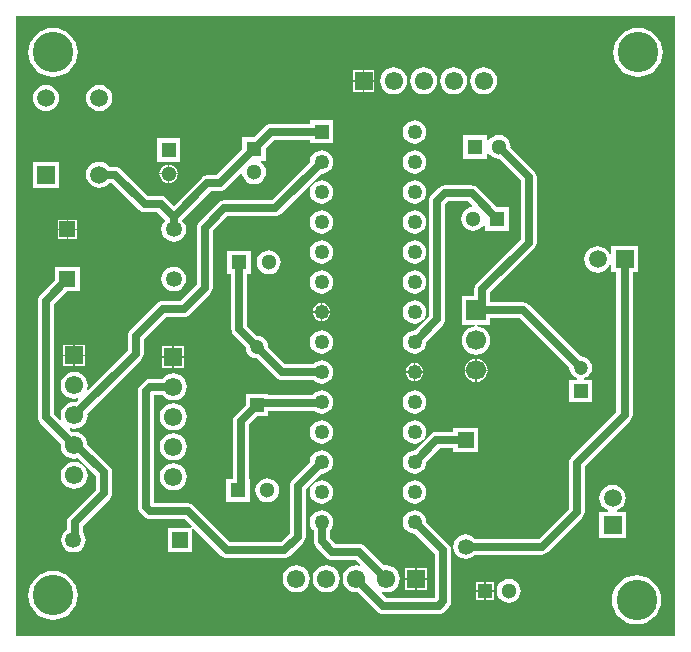
<source format=gtl>
G04*
G04 #@! TF.GenerationSoftware,Altium Limited,Altium Designer,23.2.1 (34)*
G04*
G04 Layer_Physical_Order=1*
G04 Layer_Color=255*
%FSLAX44Y44*%
%MOMM*%
G71*
G04*
G04 #@! TF.SameCoordinates,3E65621F-DDE3-4266-9229-7E2A0E2672EE*
G04*
G04*
G04 #@! TF.FilePolarity,Positive*
G04*
G01*
G75*
%ADD35C,0.6350*%
%ADD36C,1.5000*%
%ADD37R,1.5000X1.5000*%
%ADD38R,1.3000X1.3000*%
%ADD39C,1.3000*%
%ADD40R,1.5000X1.5000*%
%ADD41C,1.7000*%
%ADD42R,1.7000X1.7000*%
%ADD43C,3.4290*%
%ADD44C,1.3500*%
%ADD45R,1.3500X1.3500*%
%ADD46R,1.3000X1.3000*%
%ADD47R,1.3500X1.3500*%
%ADD48R,1.5500X1.5500*%
%ADD49C,1.5500*%
%ADD50R,1.5500X1.5500*%
%ADD51C,1.2500*%
%ADD52R,1.2500X1.2500*%
%ADD53R,1.2000X1.2000*%
%ADD54C,1.2000*%
G36*
X559301Y2039D02*
X2039D01*
Y527551D01*
X559301D01*
Y2039D01*
D02*
G37*
%LPC*%
G36*
X528320Y517371D02*
X524262Y516972D01*
X520360Y515788D01*
X516763Y513866D01*
X513611Y511279D01*
X511025Y508126D01*
X509102Y504530D01*
X507919Y500628D01*
X507519Y496570D01*
X507919Y492512D01*
X509102Y488610D01*
X511025Y485014D01*
X513611Y481861D01*
X516763Y479274D01*
X520360Y477352D01*
X524262Y476169D01*
X528320Y475769D01*
X532378Y476169D01*
X536280Y477352D01*
X539877Y479274D01*
X543029Y481861D01*
X545616Y485014D01*
X547538Y488610D01*
X548722Y492512D01*
X549121Y496570D01*
X548722Y500628D01*
X547538Y504530D01*
X545616Y508126D01*
X543029Y511279D01*
X539877Y513866D01*
X536280Y515788D01*
X532378Y516972D01*
X528320Y517371D01*
D02*
G37*
G36*
X33020D02*
X28962Y516972D01*
X25060Y515788D01*
X21463Y513866D01*
X18311Y511279D01*
X15725Y508126D01*
X13802Y504530D01*
X12618Y500628D01*
X12219Y496570D01*
X12618Y492512D01*
X13802Y488610D01*
X15725Y485014D01*
X18311Y481861D01*
X21463Y479274D01*
X25060Y477352D01*
X28962Y476169D01*
X33020Y475769D01*
X37078Y476169D01*
X40980Y477352D01*
X44577Y479274D01*
X47729Y481861D01*
X50315Y485014D01*
X52238Y488610D01*
X53422Y492512D01*
X53821Y496570D01*
X53422Y500628D01*
X52238Y504530D01*
X50315Y508126D01*
X47729Y511279D01*
X44577Y513866D01*
X40980Y515788D01*
X37078Y516972D01*
X33020Y517371D01*
D02*
G37*
G36*
X304930Y481460D02*
X296545D01*
Y473075D01*
X304930D01*
Y481460D01*
D02*
G37*
G36*
X295275D02*
X286890D01*
Y473075D01*
X295275D01*
Y481460D01*
D02*
G37*
G36*
X304930Y471805D02*
X296545D01*
Y463420D01*
X304930D01*
Y471805D01*
D02*
G37*
G36*
X295275D02*
X286890D01*
Y463420D01*
X295275D01*
Y471805D01*
D02*
G37*
G36*
X397510Y483844D02*
X394558Y483455D01*
X391808Y482316D01*
X389446Y480504D01*
X387634Y478142D01*
X386495Y475392D01*
X386106Y472440D01*
X386495Y469488D01*
X387634Y466738D01*
X389446Y464376D01*
X391808Y462564D01*
X394558Y461425D01*
X397510Y461036D01*
X400462Y461425D01*
X403212Y462564D01*
X405574Y464376D01*
X407386Y466738D01*
X408525Y469488D01*
X408914Y472440D01*
X408525Y475392D01*
X407386Y478142D01*
X405574Y480504D01*
X403212Y482316D01*
X400462Y483455D01*
X397510Y483844D01*
D02*
G37*
G36*
X372110D02*
X369159Y483455D01*
X366408Y482316D01*
X364047Y480504D01*
X362234Y478142D01*
X361095Y475392D01*
X360706Y472440D01*
X361095Y469488D01*
X362234Y466738D01*
X364047Y464376D01*
X366408Y462564D01*
X369159Y461425D01*
X372110Y461036D01*
X375061Y461425D01*
X377812Y462564D01*
X380173Y464376D01*
X381986Y466738D01*
X383125Y469488D01*
X383514Y472440D01*
X383125Y475392D01*
X381986Y478142D01*
X380173Y480504D01*
X377812Y482316D01*
X375061Y483455D01*
X372110Y483844D01*
D02*
G37*
G36*
X346710D02*
X343759Y483455D01*
X341008Y482316D01*
X338647Y480504D01*
X336834Y478142D01*
X335695Y475392D01*
X335306Y472440D01*
X335695Y469488D01*
X336834Y466738D01*
X338647Y464376D01*
X341008Y462564D01*
X343759Y461425D01*
X346710Y461036D01*
X349661Y461425D01*
X352412Y462564D01*
X354773Y464376D01*
X356586Y466738D01*
X357725Y469488D01*
X358114Y472440D01*
X357725Y475392D01*
X356586Y478142D01*
X354773Y480504D01*
X352412Y482316D01*
X349661Y483455D01*
X346710Y483844D01*
D02*
G37*
G36*
X321310D02*
X318358Y483455D01*
X315608Y482316D01*
X313246Y480504D01*
X311434Y478142D01*
X310295Y475392D01*
X309906Y472440D01*
X310295Y469488D01*
X311434Y466738D01*
X313246Y464376D01*
X315608Y462564D01*
X318358Y461425D01*
X321310Y461036D01*
X324262Y461425D01*
X327012Y462564D01*
X329374Y464376D01*
X331186Y466738D01*
X332325Y469488D01*
X332714Y472440D01*
X332325Y475392D01*
X331186Y478142D01*
X329374Y480504D01*
X327012Y482316D01*
X324262Y483455D01*
X321310Y483844D01*
D02*
G37*
G36*
X72030Y469101D02*
X69144Y468721D01*
X66454Y467607D01*
X64145Y465835D01*
X62372Y463526D01*
X61258Y460836D01*
X60878Y457950D01*
X61258Y455064D01*
X62372Y452374D01*
X64145Y450065D01*
X66454Y448292D01*
X69144Y447178D01*
X72030Y446798D01*
X74916Y447178D01*
X77606Y448292D01*
X79915Y450065D01*
X81687Y452374D01*
X82801Y455064D01*
X83181Y457950D01*
X82801Y460836D01*
X81687Y463526D01*
X79915Y465835D01*
X77606Y467607D01*
X74916Y468721D01*
X72030Y469101D01*
D02*
G37*
G36*
X27030D02*
X24144Y468721D01*
X21455Y467607D01*
X19145Y465835D01*
X17373Y463526D01*
X16259Y460836D01*
X15879Y457950D01*
X16259Y455064D01*
X17373Y452374D01*
X19145Y450065D01*
X21455Y448292D01*
X24144Y447178D01*
X27030Y446798D01*
X29916Y447178D01*
X32606Y448292D01*
X34915Y450065D01*
X36688Y452374D01*
X37802Y455064D01*
X38182Y457950D01*
X37802Y460836D01*
X36688Y463526D01*
X34915Y465835D01*
X32606Y467607D01*
X29916Y468721D01*
X27030Y469101D01*
D02*
G37*
G36*
X410210Y426703D02*
X407585Y426357D01*
X405139Y425344D01*
X403038Y423732D01*
X401536Y421775D01*
X401038Y421798D01*
X400266Y422131D01*
Y426616D01*
X380154D01*
Y406504D01*
X400266D01*
Y410989D01*
X401038Y411322D01*
X401536Y411345D01*
X403038Y409388D01*
X405139Y407776D01*
X407585Y406763D01*
X410210Y406417D01*
X410689Y406480D01*
X428821Y388348D01*
Y338092D01*
X391684Y300956D01*
X390606Y299550D01*
X389927Y297912D01*
X389696Y296155D01*
Y290186D01*
X379104D01*
Y266074D01*
X390424D01*
X390507Y264804D01*
X388013Y264476D01*
X385080Y263261D01*
X382562Y261328D01*
X380629Y258810D01*
X379414Y255877D01*
X379000Y252730D01*
X379414Y249583D01*
X380629Y246650D01*
X382562Y244132D01*
X385080Y242199D01*
X388013Y240984D01*
X391160Y240570D01*
X394307Y240984D01*
X397240Y242199D01*
X399758Y244132D01*
X401691Y246650D01*
X402906Y249583D01*
X403320Y252730D01*
X402906Y255877D01*
X401691Y258810D01*
X399758Y261328D01*
X397240Y263261D01*
X394307Y264476D01*
X391813Y264804D01*
X391897Y266074D01*
X403216D01*
Y271341D01*
X428458D01*
X470056Y229743D01*
X470052Y229710D01*
X470380Y227215D01*
X471343Y224891D01*
X472875Y222895D01*
X474871Y221363D01*
X476867Y220536D01*
X476614Y219266D01*
X470134D01*
Y200154D01*
X489246D01*
Y219266D01*
X482766D01*
X482513Y220536D01*
X484509Y221363D01*
X486506Y222895D01*
X488037Y224891D01*
X489000Y227215D01*
X489329Y229710D01*
X489000Y232205D01*
X488037Y234529D01*
X486506Y236525D01*
X484509Y238057D01*
X482185Y239020D01*
X479690Y239348D01*
X479657Y239344D01*
X436071Y282931D01*
X434665Y284009D01*
X433027Y284688D01*
X431270Y284919D01*
X403274D01*
Y293343D01*
X440411Y330479D01*
X441489Y331885D01*
X442168Y333523D01*
X442399Y335280D01*
Y391160D01*
X442168Y392917D01*
X441489Y394555D01*
X440411Y395961D01*
X420290Y416082D01*
X420353Y416560D01*
X420007Y419185D01*
X418994Y421631D01*
X417382Y423732D01*
X415281Y425344D01*
X412835Y426357D01*
X410210Y426703D01*
D02*
G37*
G36*
X270156Y439066D02*
X250544D01*
Y436049D01*
X217490D01*
X215733Y435818D01*
X214095Y435140D01*
X212689Y434061D01*
X203655Y425026D01*
X193144D01*
Y414515D01*
X171133Y392504D01*
X163757D01*
X162000Y392273D01*
X160362Y391595D01*
X158956Y390516D01*
X135170Y366730D01*
X128799Y373101D01*
X127393Y374179D01*
X125756Y374858D01*
X123999Y375089D01*
X113302D01*
X90640Y397751D01*
X89234Y398830D01*
X87597Y399508D01*
X85840Y399739D01*
X80756D01*
X79915Y400835D01*
X77606Y402608D01*
X74916Y403722D01*
X72030Y404102D01*
X69144Y403722D01*
X66454Y402608D01*
X64145Y400835D01*
X62372Y398526D01*
X61258Y395836D01*
X60878Y392950D01*
X61258Y390064D01*
X62372Y387374D01*
X64145Y385065D01*
X66454Y383293D01*
X69144Y382179D01*
X72030Y381799D01*
X74916Y382179D01*
X77606Y383293D01*
X79915Y385065D01*
X80756Y386161D01*
X83028D01*
X105689Y363499D01*
X107095Y362421D01*
X108733Y361742D01*
X110490Y361511D01*
X121187D01*
X127870Y354827D01*
X127820Y354060D01*
X126168Y351907D01*
X125129Y349400D01*
X124775Y346710D01*
X125129Y344020D01*
X126168Y341513D01*
X127820Y339360D01*
X129973Y337708D01*
X132480Y336669D01*
X135170Y336315D01*
X137861Y336669D01*
X140368Y337708D01*
X142521Y339360D01*
X144172Y341513D01*
X145211Y344020D01*
X145565Y346710D01*
X145211Y349400D01*
X144172Y351907D01*
X142521Y354060D01*
X142470Y354827D01*
X166569Y378926D01*
X173945D01*
X175702Y379157D01*
X177340Y379836D01*
X178746Y380915D01*
X191896Y394064D01*
X193236Y393609D01*
X193403Y392345D01*
X194416Y389899D01*
X196028Y387798D01*
X198129Y386186D01*
X200575Y385173D01*
X203200Y384827D01*
X205825Y385173D01*
X208271Y386186D01*
X210372Y387798D01*
X211984Y389899D01*
X212997Y392345D01*
X213343Y394970D01*
X212997Y397595D01*
X211984Y400041D01*
X210372Y402142D01*
X208415Y403644D01*
X208438Y404142D01*
X208771Y404914D01*
X213256D01*
Y415425D01*
X220302Y422471D01*
X250544D01*
Y419454D01*
X270156D01*
Y439066D01*
D02*
G37*
G36*
X339090Y439151D02*
X336530Y438814D01*
X334145Y437826D01*
X332096Y436254D01*
X330524Y434205D01*
X329536Y431820D01*
X329199Y429260D01*
X329536Y426700D01*
X330524Y424315D01*
X332096Y422266D01*
X334145Y420695D01*
X336530Y419706D01*
X339090Y419369D01*
X341650Y419706D01*
X344035Y420695D01*
X346084Y422266D01*
X347655Y424315D01*
X348644Y426700D01*
X348981Y429260D01*
X348644Y431820D01*
X347655Y434205D01*
X346084Y436254D01*
X344035Y437826D01*
X341650Y438814D01*
X339090Y439151D01*
D02*
G37*
G36*
X140866Y423916D02*
X120754D01*
Y403804D01*
X140866D01*
Y423916D01*
D02*
G37*
G36*
X131445Y401614D02*
Y394495D01*
X138563D01*
X138380Y395888D01*
X137597Y397779D01*
X136352Y399402D01*
X134728Y400647D01*
X132838Y401430D01*
X131445Y401614D01*
D02*
G37*
G36*
X130175D02*
X128782Y401430D01*
X126891Y400647D01*
X125268Y399402D01*
X124023Y397779D01*
X123240Y395888D01*
X123056Y394495D01*
X130175D01*
Y401614D01*
D02*
G37*
G36*
X339090Y413751D02*
X336530Y413414D01*
X334145Y412425D01*
X332096Y410854D01*
X330524Y408805D01*
X329536Y406420D01*
X329199Y403860D01*
X329536Y401300D01*
X330524Y398915D01*
X332096Y396866D01*
X334145Y395294D01*
X336530Y394306D01*
X339090Y393969D01*
X341650Y394306D01*
X344035Y395294D01*
X346084Y396866D01*
X347655Y398915D01*
X348644Y401300D01*
X348981Y403860D01*
X348644Y406420D01*
X347655Y408805D01*
X346084Y410854D01*
X344035Y412425D01*
X341650Y413414D01*
X339090Y413751D01*
D02*
G37*
G36*
X260350D02*
X257790Y413414D01*
X255405Y412425D01*
X253356Y410854D01*
X251784Y408805D01*
X250796Y406420D01*
X250459Y403860D01*
X250493Y403604D01*
X218168Y371279D01*
X177800D01*
X176043Y371048D01*
X174405Y370369D01*
X172999Y369291D01*
X156489Y352781D01*
X155410Y351375D01*
X154732Y349737D01*
X154501Y347980D01*
Y299902D01*
X140788Y286189D01*
X125730D01*
X123973Y285958D01*
X122335Y285280D01*
X120929Y284201D01*
X98069Y261341D01*
X96990Y259935D01*
X96312Y258297D01*
X96081Y256540D01*
Y244112D01*
X62866Y210897D01*
X61789Y211617D01*
X61815Y211679D01*
X62204Y214630D01*
X61815Y217582D01*
X60676Y220332D01*
X58864Y222694D01*
X56502Y224506D01*
X53752Y225645D01*
X50800Y226034D01*
X47849Y225645D01*
X45098Y224506D01*
X42737Y222694D01*
X40924Y220332D01*
X39785Y217582D01*
X39396Y214630D01*
X39785Y211679D01*
X40924Y208928D01*
X42737Y206567D01*
X45098Y204754D01*
X47849Y203615D01*
X50800Y203226D01*
X53752Y203615D01*
X53813Y203641D01*
X54533Y202564D01*
X52393Y200424D01*
X50800Y200634D01*
X47849Y200245D01*
X45098Y199106D01*
X42737Y197293D01*
X40924Y194932D01*
X39785Y192181D01*
X39396Y189230D01*
X39785Y186278D01*
X39811Y186217D01*
X38734Y185497D01*
X33459Y190772D01*
Y283488D01*
X44465Y294494D01*
X55476D01*
Y315106D01*
X34864D01*
Y304095D01*
X21869Y291101D01*
X20791Y289695D01*
X20112Y288057D01*
X19881Y286300D01*
Y187960D01*
X20112Y186203D01*
X20791Y184565D01*
X21869Y183159D01*
X39606Y165423D01*
X39396Y163830D01*
X39785Y160879D01*
X40924Y158128D01*
X42737Y155766D01*
X45098Y153954D01*
X47849Y152815D01*
X50800Y152426D01*
X53752Y152815D01*
X54460Y153109D01*
X69411Y138158D01*
Y126002D01*
X46817Y103408D01*
X45738Y102002D01*
X45060Y100365D01*
X44829Y98608D01*
Y92651D01*
X42899Y91170D01*
X41248Y89017D01*
X40209Y86510D01*
X39855Y83820D01*
X40209Y81130D01*
X41248Y78623D01*
X42899Y76470D01*
X45052Y74818D01*
X47559Y73779D01*
X50250Y73425D01*
X52940Y73779D01*
X55447Y74818D01*
X57600Y76470D01*
X59252Y78623D01*
X60291Y81130D01*
X60645Y83820D01*
X60291Y86510D01*
X59252Y89017D01*
X58407Y90119D01*
Y95796D01*
X81001Y118389D01*
X82079Y119795D01*
X82758Y121433D01*
X82989Y123190D01*
Y140970D01*
X82758Y142727D01*
X82079Y144365D01*
X81001Y145771D01*
X62716Y164056D01*
X62441Y164267D01*
X62101Y164606D01*
X61815Y166782D01*
X60676Y169532D01*
X58864Y171894D01*
X56502Y173706D01*
X53752Y174845D01*
X50800Y175234D01*
X49207Y175024D01*
X47067Y177164D01*
X47787Y178241D01*
X47849Y178215D01*
X50800Y177826D01*
X53752Y178215D01*
X56502Y179354D01*
X58864Y181166D01*
X60676Y183528D01*
X61815Y186278D01*
X62204Y189230D01*
X61994Y190823D01*
X107671Y236499D01*
X108750Y237905D01*
X109428Y239543D01*
X109659Y241300D01*
Y253728D01*
X128542Y272611D01*
X143600D01*
X145357Y272842D01*
X146995Y273521D01*
X148401Y274599D01*
X166091Y292289D01*
X167169Y293695D01*
X167848Y295333D01*
X168079Y297090D01*
Y345168D01*
X180612Y357701D01*
X220980D01*
X222737Y357932D01*
X224375Y358610D01*
X225781Y359689D01*
X260094Y394003D01*
X260350Y393969D01*
X262910Y394306D01*
X265295Y395294D01*
X267344Y396866D01*
X268916Y398915D01*
X269904Y401300D01*
X270241Y403860D01*
X269904Y406420D01*
X268916Y408805D01*
X267344Y410854D01*
X265295Y412425D01*
X262910Y413414D01*
X260350Y413751D01*
D02*
G37*
G36*
X138563Y393225D02*
X131445D01*
Y386107D01*
X132838Y386290D01*
X134728Y387073D01*
X136352Y388318D01*
X137597Y389941D01*
X138380Y391832D01*
X138563Y393225D01*
D02*
G37*
G36*
X130175D02*
X123056D01*
X123240Y391832D01*
X124023Y389941D01*
X125268Y388318D01*
X126891Y387073D01*
X128782Y386290D01*
X130175Y386107D01*
Y393225D01*
D02*
G37*
G36*
X38086Y404006D02*
X15974D01*
Y381894D01*
X38086D01*
Y404006D01*
D02*
G37*
G36*
X339090Y388351D02*
X336530Y388014D01*
X334145Y387025D01*
X332096Y385454D01*
X330524Y383405D01*
X329536Y381020D01*
X329199Y378460D01*
X329536Y375900D01*
X330524Y373515D01*
X332096Y371466D01*
X334145Y369894D01*
X336530Y368906D01*
X339090Y368569D01*
X341650Y368906D01*
X344035Y369894D01*
X346084Y371466D01*
X347655Y373515D01*
X348644Y375900D01*
X348981Y378460D01*
X348644Y381020D01*
X347655Y383405D01*
X346084Y385454D01*
X344035Y387025D01*
X341650Y388014D01*
X339090Y388351D01*
D02*
G37*
G36*
X260350D02*
X257790Y388014D01*
X255405Y387025D01*
X253356Y385454D01*
X251784Y383405D01*
X250796Y381020D01*
X250459Y378460D01*
X250796Y375900D01*
X251784Y373515D01*
X253356Y371466D01*
X255405Y369894D01*
X257790Y368906D01*
X260350Y368569D01*
X262910Y368906D01*
X265295Y369894D01*
X267344Y371466D01*
X268916Y373515D01*
X269904Y375900D01*
X270241Y378460D01*
X269904Y381020D01*
X268916Y383405D01*
X267344Y385454D01*
X265295Y387025D01*
X262910Y388014D01*
X260350Y388351D01*
D02*
G37*
G36*
X53190Y354730D02*
X45805D01*
Y347345D01*
X53190D01*
Y354730D01*
D02*
G37*
G36*
X44535D02*
X37150D01*
Y347345D01*
X44535D01*
Y354730D01*
D02*
G37*
G36*
X387350Y383979D02*
X364490D01*
X362733Y383748D01*
X361095Y383069D01*
X359689Y381991D01*
X353339Y375641D01*
X352261Y374235D01*
X351582Y372597D01*
X351351Y370840D01*
Y273322D01*
X339346Y261317D01*
X339090Y261351D01*
X336530Y261014D01*
X334145Y260026D01*
X332096Y258454D01*
X330524Y256405D01*
X329536Y254020D01*
X329199Y251460D01*
X329536Y248900D01*
X330524Y246515D01*
X332096Y244466D01*
X334145Y242894D01*
X336530Y241906D01*
X339090Y241569D01*
X341650Y241906D01*
X344035Y242894D01*
X346084Y244466D01*
X347655Y246515D01*
X348644Y248900D01*
X348981Y251460D01*
X348947Y251716D01*
X362941Y265709D01*
X364020Y267115D01*
X364698Y268753D01*
X364929Y270510D01*
Y368028D01*
X367302Y370401D01*
X384538D01*
X388034Y366904D01*
X387579Y365564D01*
X386315Y365397D01*
X383869Y364384D01*
X381768Y362772D01*
X380156Y360671D01*
X379143Y358225D01*
X378797Y355600D01*
X379143Y352975D01*
X380156Y350529D01*
X381768Y348428D01*
X383869Y346816D01*
X386315Y345803D01*
X388940Y345457D01*
X391565Y345803D01*
X394011Y346816D01*
X396112Y348428D01*
X397614Y350385D01*
X398112Y350362D01*
X398884Y350029D01*
Y345544D01*
X418996D01*
Y365656D01*
X408485D01*
X392151Y381991D01*
X390745Y383069D01*
X389107Y383748D01*
X388290Y383855D01*
X387350Y383979D01*
D02*
G37*
G36*
X339090Y362951D02*
X336530Y362614D01*
X334145Y361626D01*
X332096Y360054D01*
X330524Y358005D01*
X329536Y355620D01*
X329199Y353060D01*
X329536Y350500D01*
X330524Y348115D01*
X332096Y346066D01*
X334145Y344495D01*
X336530Y343506D01*
X339090Y343169D01*
X341650Y343506D01*
X344035Y344495D01*
X346084Y346066D01*
X347655Y348115D01*
X348644Y350500D01*
X348981Y353060D01*
X348644Y355620D01*
X347655Y358005D01*
X346084Y360054D01*
X344035Y361626D01*
X341650Y362614D01*
X339090Y362951D01*
D02*
G37*
G36*
X260350D02*
X257790Y362614D01*
X255405Y361626D01*
X253356Y360054D01*
X251784Y358005D01*
X250796Y355620D01*
X250459Y353060D01*
X250796Y350500D01*
X251784Y348115D01*
X253356Y346066D01*
X255405Y344495D01*
X257790Y343506D01*
X260350Y343169D01*
X262910Y343506D01*
X265295Y344495D01*
X267344Y346066D01*
X268916Y348115D01*
X269904Y350500D01*
X270241Y353060D01*
X269904Y355620D01*
X268916Y358005D01*
X267344Y360054D01*
X265295Y361626D01*
X262910Y362614D01*
X260350Y362951D01*
D02*
G37*
G36*
X53190Y346075D02*
X45805D01*
Y338690D01*
X53190D01*
Y346075D01*
D02*
G37*
G36*
X44535D02*
X37150D01*
Y338690D01*
X44535D01*
Y346075D01*
D02*
G37*
G36*
X339090Y337551D02*
X336530Y337214D01*
X334145Y336226D01*
X332096Y334654D01*
X330524Y332605D01*
X329536Y330220D01*
X329199Y327660D01*
X329536Y325100D01*
X330524Y322715D01*
X332096Y320666D01*
X334145Y319095D01*
X336530Y318106D01*
X339090Y317769D01*
X341650Y318106D01*
X344035Y319095D01*
X346084Y320666D01*
X347655Y322715D01*
X348644Y325100D01*
X348981Y327660D01*
X348644Y330220D01*
X347655Y332605D01*
X346084Y334654D01*
X344035Y336226D01*
X341650Y337214D01*
X339090Y337551D01*
D02*
G37*
G36*
X260350D02*
X257790Y337214D01*
X255405Y336226D01*
X253356Y334654D01*
X251784Y332605D01*
X250796Y330220D01*
X250459Y327660D01*
X250796Y325100D01*
X251784Y322715D01*
X253356Y320666D01*
X255405Y319095D01*
X257790Y318106D01*
X260350Y317769D01*
X262910Y318106D01*
X265295Y319095D01*
X267344Y320666D01*
X268916Y322715D01*
X269904Y325100D01*
X270241Y327660D01*
X269904Y330220D01*
X268916Y332605D01*
X267344Y334654D01*
X265295Y336226D01*
X262910Y337214D01*
X260350Y337551D01*
D02*
G37*
G36*
X215700Y328913D02*
X213075Y328567D01*
X210629Y327554D01*
X208528Y325942D01*
X206916Y323841D01*
X205903Y321395D01*
X205557Y318770D01*
X205903Y316145D01*
X206916Y313699D01*
X208528Y311598D01*
X210629Y309986D01*
X213075Y308973D01*
X215700Y308627D01*
X218325Y308973D01*
X220771Y309986D01*
X222872Y311598D01*
X224484Y313699D01*
X225497Y316145D01*
X225843Y318770D01*
X225497Y321395D01*
X224484Y323841D01*
X222872Y325942D01*
X220771Y327554D01*
X218325Y328567D01*
X215700Y328913D01*
D02*
G37*
G36*
X135170Y315195D02*
X132480Y314841D01*
X129973Y313802D01*
X127820Y312150D01*
X126168Y309997D01*
X125129Y307490D01*
X124775Y304800D01*
X125129Y302110D01*
X126168Y299603D01*
X127820Y297450D01*
X129973Y295798D01*
X132480Y294759D01*
X135170Y294405D01*
X137861Y294759D01*
X140368Y295798D01*
X142521Y297450D01*
X144172Y299603D01*
X145211Y302110D01*
X145565Y304800D01*
X145211Y307490D01*
X144172Y309997D01*
X142521Y312150D01*
X140368Y313802D01*
X137861Y314841D01*
X135170Y315195D01*
D02*
G37*
G36*
X339090Y312151D02*
X336530Y311814D01*
X334145Y310826D01*
X332096Y309254D01*
X330524Y307205D01*
X329536Y304820D01*
X329199Y302260D01*
X329536Y299700D01*
X330524Y297315D01*
X332096Y295266D01*
X334145Y293694D01*
X336530Y292706D01*
X339090Y292369D01*
X341650Y292706D01*
X344035Y293694D01*
X346084Y295266D01*
X347655Y297315D01*
X348644Y299700D01*
X348981Y302260D01*
X348644Y304820D01*
X347655Y307205D01*
X346084Y309254D01*
X344035Y310826D01*
X341650Y311814D01*
X339090Y312151D01*
D02*
G37*
G36*
X260350D02*
X257790Y311814D01*
X255405Y310826D01*
X253356Y309254D01*
X251784Y307205D01*
X250796Y304820D01*
X250459Y302260D01*
X250796Y299700D01*
X251784Y297315D01*
X253356Y295266D01*
X255405Y293694D01*
X257790Y292706D01*
X260350Y292369D01*
X262910Y292706D01*
X265295Y293694D01*
X267344Y295266D01*
X268916Y297315D01*
X269904Y299700D01*
X270241Y302260D01*
X269904Y304820D01*
X268916Y307205D01*
X267344Y309254D01*
X265295Y310826D01*
X262910Y311814D01*
X260350Y312151D01*
D02*
G37*
G36*
X260985Y284361D02*
Y277495D01*
X267851D01*
X267677Y278823D01*
X266919Y280652D01*
X265713Y282223D01*
X264142Y283429D01*
X262313Y284186D01*
X260985Y284361D01*
D02*
G37*
G36*
X259715D02*
X258387Y284186D01*
X256558Y283429D01*
X254987Y282223D01*
X253781Y280652D01*
X253023Y278823D01*
X252849Y277495D01*
X259715D01*
Y284361D01*
D02*
G37*
G36*
X267851Y276225D02*
X260985D01*
Y269359D01*
X262313Y269534D01*
X264142Y270291D01*
X265713Y271497D01*
X266919Y273068D01*
X267677Y274897D01*
X267851Y276225D01*
D02*
G37*
G36*
X259715D02*
X252849D01*
X253023Y274897D01*
X253781Y273068D01*
X254987Y271497D01*
X256558Y270291D01*
X258387Y269534D01*
X259715Y269359D01*
Y276225D01*
D02*
G37*
G36*
X339090Y286751D02*
X336530Y286414D01*
X334145Y285425D01*
X332096Y283854D01*
X330524Y281805D01*
X329536Y279420D01*
X329199Y276860D01*
X329536Y274300D01*
X330524Y271915D01*
X332096Y269866D01*
X334145Y268295D01*
X336530Y267306D01*
X339090Y266969D01*
X341650Y267306D01*
X344035Y268295D01*
X346084Y269866D01*
X347655Y271915D01*
X348644Y274300D01*
X348981Y276860D01*
X348644Y279420D01*
X347655Y281805D01*
X346084Y283854D01*
X344035Y285425D01*
X341650Y286414D01*
X339090Y286751D01*
D02*
G37*
G36*
X260350Y261351D02*
X257790Y261014D01*
X255405Y260026D01*
X253356Y258454D01*
X251784Y256405D01*
X250796Y254020D01*
X250459Y251460D01*
X250796Y248900D01*
X251784Y246515D01*
X253356Y244466D01*
X255405Y242894D01*
X257790Y241906D01*
X260350Y241569D01*
X262910Y241906D01*
X265295Y242894D01*
X267344Y244466D01*
X268916Y246515D01*
X269904Y248900D01*
X270241Y251460D01*
X269904Y254020D01*
X268916Y256405D01*
X267344Y258454D01*
X265295Y260026D01*
X262910Y261014D01*
X260350Y261351D01*
D02*
G37*
G36*
X59820Y249050D02*
X51435D01*
Y240665D01*
X59820D01*
Y249050D01*
D02*
G37*
G36*
X50165D02*
X41780D01*
Y240665D01*
X50165D01*
Y249050D01*
D02*
G37*
G36*
X143640Y247780D02*
X135255D01*
Y239395D01*
X143640D01*
Y247780D01*
D02*
G37*
G36*
X133985D02*
X125600D01*
Y239395D01*
X133985D01*
Y247780D01*
D02*
G37*
G36*
X59820Y239395D02*
X51435D01*
Y231010D01*
X59820D01*
Y239395D01*
D02*
G37*
G36*
X50165D02*
X41780D01*
Y231010D01*
X50165D01*
Y239395D01*
D02*
G37*
G36*
X143640Y238125D02*
X135255D01*
Y229740D01*
X143640D01*
Y238125D01*
D02*
G37*
G36*
X133985D02*
X125600D01*
Y229740D01*
X133985D01*
Y238125D01*
D02*
G37*
G36*
X391795Y237101D02*
Y227965D01*
X400931D01*
X400678Y229881D01*
X399694Y232257D01*
X398128Y234298D01*
X396087Y235864D01*
X393711Y236849D01*
X391795Y237101D01*
D02*
G37*
G36*
X390525D02*
X388610Y236849D01*
X386233Y235864D01*
X384192Y234298D01*
X382626Y232257D01*
X381642Y229881D01*
X381389Y227965D01*
X390525D01*
Y237101D01*
D02*
G37*
G36*
X339725Y233561D02*
Y226695D01*
X346591D01*
X346417Y228023D01*
X345659Y229852D01*
X344453Y231423D01*
X342882Y232629D01*
X341053Y233386D01*
X339725Y233561D01*
D02*
G37*
G36*
X338455D02*
X337127Y233386D01*
X335298Y232629D01*
X333727Y231423D01*
X332521Y229852D01*
X331763Y228023D01*
X331589Y226695D01*
X338455D01*
Y233561D01*
D02*
G37*
G36*
X346591Y225425D02*
X339725D01*
Y218559D01*
X341053Y218734D01*
X342882Y219491D01*
X344453Y220697D01*
X345659Y222268D01*
X346417Y224097D01*
X346591Y225425D01*
D02*
G37*
G36*
X338455D02*
X331589D01*
X331763Y224097D01*
X332521Y222268D01*
X333727Y220697D01*
X335298Y219491D01*
X337127Y218734D01*
X338455Y218559D01*
Y225425D01*
D02*
G37*
G36*
X400931Y226695D02*
X391795D01*
Y217559D01*
X393711Y217812D01*
X396087Y218796D01*
X398128Y220362D01*
X399694Y222403D01*
X400678Y224779D01*
X400931Y226695D01*
D02*
G37*
G36*
X390525D02*
X381389D01*
X381642Y224779D01*
X382626Y222403D01*
X384192Y220362D01*
X386233Y218796D01*
X388610Y217812D01*
X390525Y217559D01*
Y226695D01*
D02*
G37*
G36*
X200756Y328826D02*
X180644D01*
Y308714D01*
X183911D01*
Y262160D01*
X184142Y260403D01*
X184820Y258766D01*
X185899Y257360D01*
X196106Y247153D01*
X196102Y247120D01*
X196430Y244625D01*
X197393Y242301D01*
X198925Y240305D01*
X200921Y238773D01*
X203245Y237810D01*
X205740Y237482D01*
X205773Y237486D01*
X222000Y221259D01*
X223406Y220180D01*
X225043Y219502D01*
X226800Y219271D01*
X253199D01*
X253356Y219066D01*
X255405Y217495D01*
X257790Y216506D01*
X260350Y216169D01*
X262910Y216506D01*
X265295Y217495D01*
X267344Y219066D01*
X268916Y221115D01*
X269904Y223500D01*
X270241Y226060D01*
X269904Y228620D01*
X268916Y231005D01*
X267344Y233054D01*
X265295Y234625D01*
X262910Y235614D01*
X260350Y235951D01*
X257790Y235614D01*
X255405Y234625D01*
X253356Y233054D01*
X253199Y232849D01*
X229612D01*
X215374Y247087D01*
X215378Y247120D01*
X215050Y249615D01*
X214087Y251939D01*
X212555Y253936D01*
X210559Y255467D01*
X208235Y256430D01*
X205740Y256759D01*
X205707Y256754D01*
X197489Y264972D01*
Y308714D01*
X200756D01*
Y328826D01*
D02*
G37*
G36*
X260350Y210551D02*
X257790Y210214D01*
X255405Y209226D01*
X253356Y207654D01*
X252296Y206272D01*
X215296D01*
Y207676D01*
X196184D01*
Y198165D01*
X186969Y188951D01*
X185891Y187545D01*
X185212Y185907D01*
X184981Y184150D01*
Y135786D01*
X179374D01*
Y115674D01*
X199486D01*
Y135786D01*
X198559D01*
Y181338D01*
X205785Y188564D01*
X215296D01*
Y192694D01*
X254623D01*
X255405Y192094D01*
X257790Y191106D01*
X260350Y190769D01*
X262910Y191106D01*
X265295Y192094D01*
X267344Y193666D01*
X268916Y195715D01*
X269904Y198100D01*
X270241Y200660D01*
X269904Y203220D01*
X268916Y205605D01*
X267344Y207654D01*
X265295Y209226D01*
X262910Y210214D01*
X260350Y210551D01*
D02*
G37*
G36*
X134620Y224764D02*
X131669Y224375D01*
X128918Y223236D01*
X126557Y221423D01*
X125578Y220149D01*
X115480D01*
X113723Y219918D01*
X112085Y219240D01*
X110679Y218161D01*
X106959Y214441D01*
X105880Y213035D01*
X105202Y211397D01*
X104971Y209640D01*
Y111670D01*
X105202Y109913D01*
X105880Y108275D01*
X106959Y106869D01*
X110679Y103149D01*
X112085Y102071D01*
X113723Y101392D01*
X115480Y101161D01*
X144508D01*
X150273Y95396D01*
X149747Y94126D01*
X149706Y94126D01*
X149706Y94126D01*
X149622Y94126D01*
X129944D01*
Y73514D01*
X150556D01*
X150556Y93191D01*
Y93276D01*
D01*
X150556Y93316D01*
X150707Y93379D01*
X151826Y93843D01*
X175539Y70129D01*
X176945Y69050D01*
X178583Y68372D01*
X180340Y68141D01*
X228690D01*
X230447Y68372D01*
X232085Y69050D01*
X233491Y70129D01*
X244831Y81469D01*
X245910Y82875D01*
X246588Y84513D01*
X246819Y86270D01*
Y126728D01*
X260094Y140003D01*
X260350Y139969D01*
X262910Y140306D01*
X265295Y141294D01*
X267344Y142866D01*
X268916Y144915D01*
X269904Y147300D01*
X270241Y149860D01*
X269904Y152420D01*
X268916Y154805D01*
X267344Y156854D01*
X265295Y158426D01*
X262910Y159414D01*
X260350Y159751D01*
X257790Y159414D01*
X255405Y158426D01*
X253356Y156854D01*
X251784Y154805D01*
X250796Y152420D01*
X250459Y149860D01*
X250493Y149604D01*
X235229Y134341D01*
X234151Y132935D01*
X233472Y131297D01*
X233241Y129540D01*
Y89082D01*
X225878Y81719D01*
X183152D01*
X152121Y112751D01*
X150715Y113829D01*
X149077Y114508D01*
X147320Y114739D01*
X118549D01*
Y206571D01*
X125578D01*
X126557Y205296D01*
X128918Y203484D01*
X131669Y202345D01*
X134620Y201956D01*
X137571Y202345D01*
X140322Y203484D01*
X142683Y205296D01*
X144496Y207658D01*
X145635Y210408D01*
X146024Y213360D01*
X145635Y216311D01*
X144496Y219062D01*
X142683Y221423D01*
X140322Y223236D01*
X137571Y224375D01*
X134620Y224764D01*
D02*
G37*
G36*
X339090Y210551D02*
X336530Y210214D01*
X334145Y209226D01*
X332096Y207654D01*
X330524Y205605D01*
X329536Y203220D01*
X329199Y200660D01*
X329536Y198100D01*
X330524Y195715D01*
X332096Y193666D01*
X334145Y192094D01*
X336530Y191106D01*
X339090Y190769D01*
X341650Y191106D01*
X344035Y192094D01*
X346084Y193666D01*
X347655Y195715D01*
X348644Y198100D01*
X348981Y200660D01*
X348644Y203220D01*
X347655Y205605D01*
X346084Y207654D01*
X344035Y209226D01*
X341650Y210214D01*
X339090Y210551D01*
D02*
G37*
G36*
X134620Y199364D02*
X131669Y198975D01*
X128918Y197836D01*
X126557Y196024D01*
X124744Y193662D01*
X123605Y190912D01*
X123216Y187960D01*
X123605Y185009D01*
X124744Y182258D01*
X126557Y179897D01*
X128918Y178084D01*
X131669Y176945D01*
X134620Y176556D01*
X137571Y176945D01*
X140322Y178084D01*
X142683Y179897D01*
X144496Y182258D01*
X145635Y185009D01*
X146024Y187960D01*
X145635Y190912D01*
X144496Y193662D01*
X142683Y196024D01*
X140322Y197836D01*
X137571Y198975D01*
X134620Y199364D01*
D02*
G37*
G36*
X339090Y185151D02*
X336530Y184814D01*
X334145Y183825D01*
X332096Y182254D01*
X330524Y180205D01*
X329536Y177820D01*
X329199Y175260D01*
X329536Y172700D01*
X330524Y170315D01*
X332096Y168266D01*
X334145Y166695D01*
X336530Y165706D01*
X339090Y165369D01*
X341650Y165706D01*
X344035Y166695D01*
X346084Y168266D01*
X347655Y170315D01*
X348644Y172700D01*
X348981Y175260D01*
X348644Y177820D01*
X347655Y180205D01*
X346084Y182254D01*
X344035Y183825D01*
X341650Y184814D01*
X339090Y185151D01*
D02*
G37*
G36*
X260350D02*
X257790Y184814D01*
X255405Y183825D01*
X253356Y182254D01*
X251784Y180205D01*
X250796Y177820D01*
X250459Y175260D01*
X250796Y172700D01*
X251784Y170315D01*
X253356Y168266D01*
X255405Y166695D01*
X257790Y165706D01*
X260350Y165369D01*
X262910Y165706D01*
X265295Y166695D01*
X267344Y168266D01*
X268916Y170315D01*
X269904Y172700D01*
X270241Y175260D01*
X269904Y177820D01*
X268916Y180205D01*
X267344Y182254D01*
X265295Y183825D01*
X262910Y184814D01*
X260350Y185151D01*
D02*
G37*
G36*
X392576Y178496D02*
X371964D01*
Y174979D01*
X357420D01*
X355663Y174748D01*
X354025Y174069D01*
X352619Y172991D01*
X339346Y159717D01*
X339090Y159751D01*
X336530Y159414D01*
X334145Y158426D01*
X332096Y156854D01*
X330524Y154805D01*
X329536Y152420D01*
X329199Y149860D01*
X329536Y147300D01*
X330524Y144915D01*
X332096Y142866D01*
X334145Y141294D01*
X336530Y140306D01*
X339090Y139969D01*
X341650Y140306D01*
X344035Y141294D01*
X346084Y142866D01*
X347655Y144915D01*
X348644Y147300D01*
X348981Y149860D01*
X348947Y150116D01*
X360232Y161401D01*
X371964D01*
Y157884D01*
X392576D01*
Y178496D01*
D02*
G37*
G36*
X134620Y173964D02*
X131669Y173575D01*
X128918Y172436D01*
X126557Y170623D01*
X124744Y168262D01*
X123605Y165511D01*
X123216Y162560D01*
X123605Y159608D01*
X124744Y156858D01*
X126557Y154496D01*
X128918Y152684D01*
X131669Y151545D01*
X134620Y151156D01*
X137571Y151545D01*
X140322Y152684D01*
X142683Y154496D01*
X144496Y156858D01*
X145635Y159608D01*
X146024Y162560D01*
X145635Y165511D01*
X144496Y168262D01*
X142683Y170623D01*
X140322Y172436D01*
X137571Y173575D01*
X134620Y173964D01*
D02*
G37*
G36*
X50800Y149834D02*
X47849Y149445D01*
X45098Y148306D01*
X42737Y146494D01*
X40924Y144132D01*
X39785Y141382D01*
X39396Y138430D01*
X39785Y135478D01*
X40924Y132728D01*
X42737Y130366D01*
X45098Y128554D01*
X47849Y127415D01*
X50800Y127026D01*
X53752Y127415D01*
X56502Y128554D01*
X58864Y130366D01*
X60676Y132728D01*
X61815Y135478D01*
X62204Y138430D01*
X61815Y141382D01*
X60676Y144132D01*
X58864Y146494D01*
X56502Y148306D01*
X53752Y149445D01*
X50800Y149834D01*
D02*
G37*
G36*
X134620Y148564D02*
X131669Y148175D01*
X128918Y147036D01*
X126557Y145224D01*
X124744Y142862D01*
X123605Y140112D01*
X123216Y137160D01*
X123605Y134208D01*
X124744Y131458D01*
X126557Y129096D01*
X128918Y127284D01*
X131669Y126145D01*
X134620Y125756D01*
X137571Y126145D01*
X140322Y127284D01*
X142683Y129096D01*
X144496Y131458D01*
X145635Y134208D01*
X146024Y137160D01*
X145635Y140112D01*
X144496Y142862D01*
X142683Y145224D01*
X140322Y147036D01*
X137571Y148175D01*
X134620Y148564D01*
D02*
G37*
G36*
X214430Y135873D02*
X211805Y135527D01*
X209359Y134514D01*
X207258Y132902D01*
X205646Y130801D01*
X204633Y128355D01*
X204287Y125730D01*
X204633Y123105D01*
X205646Y120659D01*
X207258Y118558D01*
X209359Y116946D01*
X211805Y115933D01*
X214430Y115587D01*
X217055Y115933D01*
X219502Y116946D01*
X221602Y118558D01*
X223214Y120659D01*
X224227Y123105D01*
X224573Y125730D01*
X224227Y128355D01*
X223214Y130801D01*
X221602Y132902D01*
X219502Y134514D01*
X217055Y135527D01*
X214430Y135873D01*
D02*
G37*
G36*
X339090Y134351D02*
X336530Y134014D01*
X334145Y133026D01*
X332096Y131454D01*
X330524Y129405D01*
X329536Y127020D01*
X329199Y124460D01*
X329536Y121900D01*
X330524Y119515D01*
X332096Y117466D01*
X334145Y115894D01*
X336530Y114906D01*
X339090Y114569D01*
X341650Y114906D01*
X344035Y115894D01*
X346084Y117466D01*
X347655Y119515D01*
X348644Y121900D01*
X348981Y124460D01*
X348644Y127020D01*
X347655Y129405D01*
X346084Y131454D01*
X344035Y133026D01*
X341650Y134014D01*
X339090Y134351D01*
D02*
G37*
G36*
X260350D02*
X257790Y134014D01*
X255405Y133026D01*
X253356Y131454D01*
X251784Y129405D01*
X250796Y127020D01*
X250459Y124460D01*
X250796Y121900D01*
X251784Y119515D01*
X253356Y117466D01*
X255405Y115894D01*
X257790Y114906D01*
X260350Y114569D01*
X262910Y114906D01*
X265295Y115894D01*
X267344Y117466D01*
X268916Y119515D01*
X269904Y121900D01*
X270241Y124460D01*
X269904Y127020D01*
X268916Y129405D01*
X267344Y131454D01*
X265295Y133026D01*
X262910Y134014D01*
X260350Y134351D01*
D02*
G37*
G36*
X506730Y130501D02*
X503844Y130121D01*
X501154Y129007D01*
X498845Y127235D01*
X497073Y124926D01*
X495959Y122236D01*
X495579Y119350D01*
X495959Y116464D01*
X497073Y113774D01*
X498845Y111465D01*
X501154Y109693D01*
X503126Y108876D01*
X502873Y107606D01*
X495674D01*
Y85494D01*
X517786D01*
Y107606D01*
X510587D01*
X510334Y108876D01*
X512306Y109693D01*
X514615Y111465D01*
X516387Y113774D01*
X517501Y116464D01*
X517881Y119350D01*
X517501Y122236D01*
X516387Y124926D01*
X514615Y127235D01*
X512306Y129007D01*
X509616Y130121D01*
X506730Y130501D01*
D02*
G37*
G36*
X494060Y332461D02*
X491174Y332081D01*
X488484Y330967D01*
X486175Y329195D01*
X484403Y326886D01*
X483289Y324196D01*
X482909Y321310D01*
X483289Y318424D01*
X484403Y315734D01*
X486175Y313425D01*
X488484Y311653D01*
X491174Y310539D01*
X494060Y310159D01*
X496946Y310539D01*
X499636Y311653D01*
X501945Y313425D01*
X503717Y315734D01*
X504534Y317706D01*
X505804Y317453D01*
Y310254D01*
X510071D01*
Y192012D01*
X471449Y153391D01*
X470370Y151985D01*
X469692Y150347D01*
X469461Y148590D01*
Y109982D01*
X444458Y84979D01*
X390051D01*
X389620Y85540D01*
X387467Y87192D01*
X384960Y88231D01*
X382270Y88585D01*
X379580Y88231D01*
X377073Y87192D01*
X374920Y85540D01*
X373268Y83387D01*
X372229Y80880D01*
X371875Y78190D01*
X372229Y75500D01*
X373268Y72993D01*
X374920Y70840D01*
X377073Y69188D01*
X379580Y68149D01*
X382270Y67795D01*
X384960Y68149D01*
X387467Y69188D01*
X389620Y70840D01*
X390051Y71401D01*
X447270D01*
X449027Y71632D01*
X450664Y72311D01*
X452071Y73389D01*
X481051Y102369D01*
X482130Y103775D01*
X482808Y105413D01*
X483039Y107170D01*
Y145778D01*
X521661Y184399D01*
X522739Y185805D01*
X523418Y187443D01*
X523649Y189200D01*
Y310254D01*
X527916D01*
Y332366D01*
X505804D01*
Y325167D01*
X504534Y324914D01*
X503717Y326886D01*
X501945Y329195D01*
X499636Y330967D01*
X496946Y332081D01*
X494060Y332461D01*
D02*
G37*
G36*
X349380Y59820D02*
X340995D01*
Y51435D01*
X349380D01*
Y59820D01*
D02*
G37*
G36*
X339725D02*
X331340D01*
Y51435D01*
X339725D01*
Y59820D01*
D02*
G37*
G36*
X349380Y50165D02*
X340995D01*
Y41780D01*
X349380D01*
Y50165D01*
D02*
G37*
G36*
X339725D02*
X331340D01*
Y41780D01*
X339725D01*
Y50165D01*
D02*
G37*
G36*
X406710Y48410D02*
X399575D01*
Y41275D01*
X406710D01*
Y48410D01*
D02*
G37*
G36*
X398305D02*
X391170D01*
Y41275D01*
X398305D01*
Y48410D01*
D02*
G37*
G36*
X339090Y108951D02*
X336530Y108614D01*
X334145Y107626D01*
X332096Y106054D01*
X330524Y104005D01*
X329536Y101620D01*
X329199Y99060D01*
X329536Y96500D01*
X330524Y94115D01*
X332096Y92066D01*
X334145Y90494D01*
X336530Y89506D01*
X339090Y89169D01*
X339346Y89203D01*
X356431Y72118D01*
Y34729D01*
X315232D01*
X311227Y38734D01*
X311947Y39811D01*
X312008Y39785D01*
X314960Y39396D01*
X317911Y39785D01*
X320662Y40924D01*
X323023Y42737D01*
X324836Y45098D01*
X325975Y47849D01*
X326364Y50800D01*
X325975Y53752D01*
X324836Y56502D01*
X323023Y58864D01*
X320662Y60676D01*
X317911Y61815D01*
X314960Y62204D01*
X313367Y61994D01*
X296901Y78461D01*
X295495Y79539D01*
X293857Y80218D01*
X292100Y80449D01*
X272052D01*
X267139Y85362D01*
Y91909D01*
X267344Y92066D01*
X268916Y94115D01*
X269904Y96500D01*
X270241Y99060D01*
X269904Y101620D01*
X268916Y104005D01*
X267344Y106054D01*
X265295Y107626D01*
X262910Y108614D01*
X260350Y108951D01*
X257790Y108614D01*
X255405Y107626D01*
X253356Y106054D01*
X251784Y104005D01*
X250796Y101620D01*
X250459Y99060D01*
X250796Y96500D01*
X251784Y94115D01*
X253356Y92066D01*
X253561Y91909D01*
Y82550D01*
X253792Y80793D01*
X254471Y79155D01*
X255549Y77749D01*
X264439Y68859D01*
X265845Y67780D01*
X267483Y67102D01*
X269240Y66871D01*
X289288D01*
X293293Y62866D01*
X292573Y61789D01*
X292512Y61815D01*
X289560Y62204D01*
X286609Y61815D01*
X283858Y60676D01*
X281497Y58864D01*
X279684Y56502D01*
X278545Y53752D01*
X278156Y50800D01*
X278545Y47849D01*
X279684Y45098D01*
X281497Y42737D01*
X283858Y40924D01*
X286609Y39785D01*
X289560Y39396D01*
X291153Y39606D01*
X307619Y23139D01*
X309025Y22060D01*
X310663Y21382D01*
X312420Y21151D01*
X359500D01*
X361257Y21382D01*
X362895Y22060D01*
X364301Y23139D01*
X368021Y26859D01*
X369100Y28265D01*
X369778Y29903D01*
X370009Y31660D01*
Y74930D01*
X369778Y76687D01*
X369100Y78324D01*
X368021Y79731D01*
X348947Y98804D01*
X348981Y99060D01*
X348644Y101620D01*
X347655Y104005D01*
X346084Y106054D01*
X344035Y107626D01*
X341650Y108614D01*
X339090Y108951D01*
D02*
G37*
G36*
X264160Y62204D02*
X261208Y61815D01*
X258458Y60676D01*
X256096Y58864D01*
X254284Y56502D01*
X253145Y53752D01*
X252756Y50800D01*
X253145Y47849D01*
X254284Y45098D01*
X256096Y42737D01*
X258458Y40924D01*
X261208Y39785D01*
X264160Y39396D01*
X267111Y39785D01*
X269862Y40924D01*
X272223Y42737D01*
X274036Y45098D01*
X275175Y47849D01*
X275564Y50800D01*
X275175Y53752D01*
X274036Y56502D01*
X272223Y58864D01*
X269862Y60676D01*
X267111Y61815D01*
X264160Y62204D01*
D02*
G37*
G36*
X238760D02*
X235809Y61815D01*
X233058Y60676D01*
X230697Y58864D01*
X228884Y56502D01*
X227745Y53752D01*
X227356Y50800D01*
X227745Y47849D01*
X228884Y45098D01*
X230697Y42737D01*
X233058Y40924D01*
X235809Y39785D01*
X238760Y39396D01*
X241712Y39785D01*
X244462Y40924D01*
X246824Y42737D01*
X248636Y45098D01*
X249775Y47849D01*
X250164Y50800D01*
X249775Y53752D01*
X248636Y56502D01*
X246824Y58864D01*
X244462Y60676D01*
X241712Y61815D01*
X238760Y62204D01*
D02*
G37*
G36*
X406710Y40005D02*
X399575D01*
Y32870D01*
X406710D01*
Y40005D01*
D02*
G37*
G36*
X398305D02*
X391170D01*
Y32870D01*
X398305D01*
Y40005D01*
D02*
G37*
G36*
X418940Y50783D02*
X416315Y50437D01*
X413869Y49424D01*
X411768Y47812D01*
X410156Y45711D01*
X409143Y43265D01*
X408797Y40640D01*
X409143Y38015D01*
X410156Y35569D01*
X411768Y33468D01*
X413869Y31856D01*
X416315Y30843D01*
X418940Y30497D01*
X421565Y30843D01*
X424011Y31856D01*
X426112Y33468D01*
X427724Y35569D01*
X428737Y38015D01*
X429083Y40640D01*
X428737Y43265D01*
X427724Y45711D01*
X426112Y47812D01*
X424011Y49424D01*
X421565Y50437D01*
X418940Y50783D01*
D02*
G37*
G36*
X33020Y57631D02*
X28962Y57231D01*
X25060Y56048D01*
X21463Y54125D01*
X18311Y51539D01*
X15725Y48387D01*
X13802Y44790D01*
X12618Y40888D01*
X12219Y36830D01*
X12618Y32772D01*
X13802Y28870D01*
X15725Y25273D01*
X18311Y22121D01*
X21463Y19534D01*
X25060Y17612D01*
X28962Y16429D01*
X33020Y16029D01*
X37078Y16429D01*
X40980Y17612D01*
X44577Y19534D01*
X47729Y22121D01*
X50315Y25273D01*
X52238Y28870D01*
X53422Y32772D01*
X53821Y36830D01*
X53422Y40888D01*
X52238Y44790D01*
X50315Y48387D01*
X47729Y51539D01*
X44577Y54125D01*
X40980Y56048D01*
X37078Y57231D01*
X33020Y57631D01*
D02*
G37*
G36*
X527050Y53821D02*
X522992Y53422D01*
X519090Y52238D01*
X515494Y50315D01*
X512341Y47729D01*
X509754Y44577D01*
X507832Y40980D01*
X506648Y37078D01*
X506249Y33020D01*
X506648Y28962D01*
X507832Y25060D01*
X509754Y21463D01*
X512341Y18311D01*
X515494Y15725D01*
X519090Y13802D01*
X522992Y12618D01*
X527050Y12219D01*
X531108Y12618D01*
X535010Y13802D01*
X538606Y15725D01*
X541759Y18311D01*
X544346Y21463D01*
X546268Y25060D01*
X547452Y28962D01*
X547851Y33020D01*
X547452Y37078D01*
X546268Y40980D01*
X544346Y44577D01*
X541759Y47729D01*
X538606Y50315D01*
X535010Y52238D01*
X531108Y53422D01*
X527050Y53821D01*
D02*
G37*
%LPD*%
D35*
X110490Y368300D02*
X123999D01*
X72030Y392950D02*
X85840D01*
X110490Y368300D01*
X163757Y385715D02*
X173945D01*
X135170Y357129D02*
X163757Y385715D01*
X123999Y368300D02*
X135170Y357129D01*
Y346710D02*
Y357129D01*
X516860Y189200D02*
Y321310D01*
X476250Y107170D02*
Y148590D01*
X516860Y189200D01*
X260350Y82550D02*
X269240Y73660D01*
X260350Y82550D02*
Y99060D01*
X292100Y73660D02*
X314960Y50800D01*
X269240Y73660D02*
X292100D01*
X359500Y27940D02*
X363220Y31660D01*
X339090Y99060D02*
X363220Y74930D01*
X312420Y27940D02*
X359500D01*
X363220Y31660D02*
Y74930D01*
X289560Y50800D02*
X312420Y27940D01*
X447270Y78190D02*
X476250Y107170D01*
X382270Y78190D02*
X447270D01*
X339090Y149860D02*
X357420Y168190D01*
X382270D01*
X226800Y226060D02*
X260350D01*
X190700Y262160D02*
X205740Y247120D01*
X226800Y226060D01*
X190700Y262160D02*
Y318770D01*
X205740Y198120D02*
X207103Y199483D01*
X191770Y128070D02*
Y184150D01*
X207103Y199483D02*
X259173D01*
X189430Y125730D02*
X191770Y128070D01*
X259173Y199483D02*
X260350Y200660D01*
X191770Y184150D02*
X205740Y198120D01*
X240030Y129540D02*
X260350Y149860D01*
X111760Y209640D02*
X115480Y213360D01*
X240030Y86270D02*
Y129540D01*
X180340Y74930D02*
X228690D01*
X111760Y111670D02*
Y209640D01*
Y111670D02*
X115480Y107950D01*
X228690Y74930D02*
X240030Y86270D01*
X115480Y213360D02*
X134620D01*
X147320Y107950D02*
X180340Y74930D01*
X115480Y107950D02*
X147320D01*
X431270Y278130D02*
X479690Y229710D01*
X391160Y278130D02*
X431270D01*
X435610Y335280D02*
Y391160D01*
X410210Y416560D02*
X435610Y391160D01*
X396485Y296155D02*
X435610Y335280D01*
X391160Y278130D02*
X396485Y283455D01*
Y296155D01*
X387350Y377190D02*
X408940Y355600D01*
X358140Y370840D02*
X364490Y377190D01*
X387350D01*
X339090Y251460D02*
X358140Y270510D01*
Y370840D01*
X173945Y385715D02*
X203200Y414970D01*
X217490Y429260D02*
X260350D01*
X203200Y414970D02*
X217490Y429260D01*
X177800Y364490D02*
X220980D01*
X161290Y297090D02*
Y347980D01*
X177800Y364490D01*
X220980D02*
X260350Y403860D01*
X143600Y279400D02*
X161290Y297090D01*
X125730Y279400D02*
X143600D01*
X102870Y256540D02*
X125730Y279400D01*
X102870Y241300D02*
Y256540D01*
X50800Y189230D02*
X102870Y241300D01*
X26670Y187960D02*
Y286300D01*
X45170Y304800D01*
X26670Y187960D02*
X50800Y163830D01*
X76200Y123190D02*
Y140970D01*
X50800Y163830D02*
X53276D01*
X57851Y159255D01*
X57915D02*
X76200Y140970D01*
X57851Y159255D02*
X57915D01*
X51618Y98608D02*
X76200Y123190D01*
X51618Y85188D02*
Y98608D01*
X50250Y83820D02*
X51618Y85188D01*
D36*
X72030Y392950D02*
D03*
Y457950D02*
D03*
X27030D02*
D03*
X494060Y321310D02*
D03*
X506730Y119350D02*
D03*
D37*
X27030Y392950D02*
D03*
X506730Y96550D02*
D03*
D38*
X130810Y413860D02*
D03*
X203200Y414970D02*
D03*
D39*
X130810Y393860D02*
D03*
X203200Y394970D02*
D03*
X214430Y125730D02*
D03*
X418940Y40640D02*
D03*
X215700Y318770D02*
D03*
X410210Y416560D02*
D03*
X388940Y355600D02*
D03*
D40*
X516860Y321310D02*
D03*
D41*
X391160Y227330D02*
D03*
Y252730D02*
D03*
D42*
Y278130D02*
D03*
D43*
X527050Y33020D02*
D03*
X33020Y36830D02*
D03*
X528320Y496570D02*
D03*
X33020D02*
D03*
D44*
X135170Y346710D02*
D03*
X382270Y78190D02*
D03*
X135170Y304800D02*
D03*
X50250Y83820D02*
D03*
D45*
X45170Y346710D02*
D03*
Y304800D02*
D03*
X140250Y83820D02*
D03*
D46*
X189430Y125730D02*
D03*
X398940Y40640D02*
D03*
X190700Y318770D02*
D03*
X390210Y416560D02*
D03*
X408940Y355600D02*
D03*
D47*
X382270Y168190D02*
D03*
D48*
X50800Y240030D02*
D03*
X134620Y238760D02*
D03*
D49*
X50800Y214630D02*
D03*
Y189230D02*
D03*
Y163830D02*
D03*
Y138430D02*
D03*
X238760Y50800D02*
D03*
X264160D02*
D03*
X289560D02*
D03*
X314960D02*
D03*
X134620Y213360D02*
D03*
Y187960D02*
D03*
Y162560D02*
D03*
Y137160D02*
D03*
X397510Y472440D02*
D03*
X372110D02*
D03*
X346710D02*
D03*
X321310D02*
D03*
D50*
X340360Y50800D02*
D03*
X295910Y472440D02*
D03*
D51*
X339090Y429260D02*
D03*
Y403860D02*
D03*
Y378460D02*
D03*
Y353060D02*
D03*
Y327660D02*
D03*
Y302260D02*
D03*
Y276860D02*
D03*
Y251460D02*
D03*
Y226060D02*
D03*
Y200660D02*
D03*
Y175260D02*
D03*
Y149860D02*
D03*
Y124460D02*
D03*
Y99060D02*
D03*
X260350D02*
D03*
Y124460D02*
D03*
Y149860D02*
D03*
Y175260D02*
D03*
Y200660D02*
D03*
Y226060D02*
D03*
Y251460D02*
D03*
Y276860D02*
D03*
Y302260D02*
D03*
Y327660D02*
D03*
Y353060D02*
D03*
Y378460D02*
D03*
Y403860D02*
D03*
D52*
Y429260D02*
D03*
D53*
X205740Y198120D02*
D03*
X479690Y209710D02*
D03*
D54*
X205740Y247120D02*
D03*
X479690Y229710D02*
D03*
M02*

</source>
